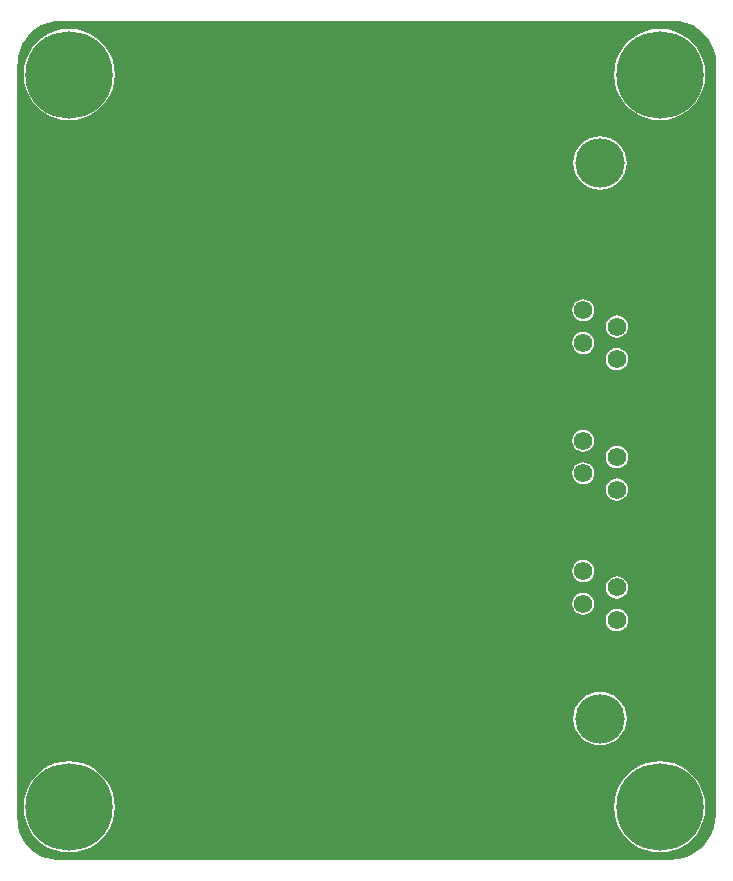
<source format=gbl>
G04*
G04 #@! TF.GenerationSoftware,Altium Limited,Altium Designer,20.0.11 (256)*
G04*
G04 Layer_Physical_Order=2*
G04 Layer_Color=16711680*
%FSLAX25Y25*%
%MOIN*%
G70*
G01*
G75*
%ADD35R,0.06150X0.06150*%
%ADD36C,0.06150*%
%ADD37C,0.16500*%
%ADD38C,0.29134*%
%ADD39C,0.01987*%
G36*
X-2693Y262073D02*
X200778Y262073D01*
X201276Y262073D01*
X201764Y262045D01*
X203521Y261907D01*
X205710Y261381D01*
X207791Y260519D01*
X209711Y259342D01*
X211423Y257880D01*
X212886Y256168D01*
X214062Y254247D01*
X214924Y252167D01*
X215450Y249977D01*
X215588Y248223D01*
X215617Y247732D01*
X215617Y247732D01*
X215617Y247238D01*
X215617Y-1839D01*
X215617Y-2338D01*
X215617Y-2339D01*
X215591Y-2828D01*
X215440Y-4746D01*
X214877Y-7093D01*
X213953Y-9324D01*
X212691Y-11382D01*
X211123Y-13218D01*
X209288Y-14786D01*
X207229Y-16047D01*
X204998Y-16971D01*
X202651Y-17535D01*
X200291Y-17720D01*
X200244Y-17711D01*
X-3012Y-17711D01*
X-3512Y-17711D01*
X-3999Y-17681D01*
X-5660Y-17550D01*
X-7755Y-17047D01*
X-9746Y-16222D01*
X-11583Y-15097D01*
X-13221Y-13697D01*
X-14620Y-12059D01*
X-15746Y-10222D01*
X-16571Y-8231D01*
X-17074Y-6136D01*
X-17204Y-4476D01*
X-17235Y-3988D01*
X-17235Y-3488D01*
X-17235Y247035D01*
X-17235Y247038D01*
X-17235Y247532D01*
X-17207Y248020D01*
X-17066Y249808D01*
X-16533Y252028D01*
X-15659Y254138D01*
X-14466Y256085D01*
X-12983Y257821D01*
X-11247Y259305D01*
X-9300Y260498D01*
X-7190Y261372D01*
X-4969Y261905D01*
X-2731Y262081D01*
X-2693Y262073D01*
D02*
G37*
%LPC*%
G36*
X196850Y259308D02*
X194470Y259121D01*
X192149Y258564D01*
X189944Y257650D01*
X187908Y256403D01*
X186093Y254852D01*
X184542Y253037D01*
X183295Y251001D01*
X182381Y248796D01*
X181824Y246475D01*
X181637Y244094D01*
X181824Y241715D01*
X182381Y239393D01*
X183295Y237188D01*
X184542Y235152D01*
X186093Y233337D01*
X187908Y231786D01*
X189944Y230539D01*
X192149Y229625D01*
X194470Y229068D01*
X196850Y228881D01*
X199230Y229068D01*
X201552Y229625D01*
X203757Y230539D01*
X205793Y231786D01*
X207608Y233337D01*
X209159Y235152D01*
X210406Y237188D01*
X211320Y239393D01*
X211877Y241715D01*
X212064Y244094D01*
X211877Y246475D01*
X211320Y248796D01*
X210406Y251001D01*
X209159Y253037D01*
X207608Y254852D01*
X205793Y256403D01*
X203757Y257650D01*
X201552Y258564D01*
X199230Y259121D01*
X196850Y259308D01*
D02*
G37*
G36*
X0D02*
X-2380Y259121D01*
X-4701Y258564D01*
X-6907Y257650D01*
X-8942Y256403D01*
X-10758Y254852D01*
X-12308Y253037D01*
X-13556Y251001D01*
X-14469Y248796D01*
X-15026Y246475D01*
X-15214Y244094D01*
X-15026Y241715D01*
X-14469Y239393D01*
X-13556Y237188D01*
X-12308Y235152D01*
X-10758Y233337D01*
X-8942Y231786D01*
X-6907Y230539D01*
X-4701Y229625D01*
X-2380Y229068D01*
X0Y228881D01*
X2380Y229068D01*
X4701Y229625D01*
X6907Y230539D01*
X8942Y231786D01*
X10758Y233337D01*
X12308Y235152D01*
X13556Y237188D01*
X14469Y239393D01*
X15026Y241715D01*
X15214Y244094D01*
X15026Y246475D01*
X14469Y248796D01*
X13556Y251001D01*
X12308Y253037D01*
X10758Y254852D01*
X8942Y256403D01*
X6907Y257650D01*
X4701Y258564D01*
X2380Y259121D01*
X0Y259308D01*
D02*
G37*
G36*
X176976Y223540D02*
X175241Y223369D01*
X173573Y222863D01*
X172036Y222041D01*
X170688Y220935D01*
X169582Y219588D01*
X168761Y218050D01*
X168254Y216382D01*
X168084Y214647D01*
X168254Y212912D01*
X168761Y211244D01*
X169582Y209707D01*
X170688Y208359D01*
X172036Y207253D01*
X173573Y206431D01*
X175241Y205925D01*
X176976Y205754D01*
X178711Y205925D01*
X180379Y206431D01*
X181917Y207253D01*
X183265Y208359D01*
X184371Y209707D01*
X185192Y211244D01*
X185698Y212912D01*
X185869Y214647D01*
X185698Y216382D01*
X185192Y218050D01*
X184371Y219588D01*
X183265Y220935D01*
X181917Y222041D01*
X180379Y222863D01*
X178711Y223369D01*
X176976Y223540D01*
D02*
G37*
G36*
X171376Y169219D02*
X170417Y169092D01*
X169523Y168722D01*
X168755Y168133D01*
X168166Y167365D01*
X167796Y166471D01*
X167670Y165512D01*
X167796Y164552D01*
X168166Y163658D01*
X168755Y162891D01*
X169523Y162302D01*
X170417Y161931D01*
X171376Y161805D01*
X172336Y161931D01*
X173230Y162302D01*
X173997Y162891D01*
X174586Y163658D01*
X174957Y164552D01*
X175083Y165512D01*
X174957Y166471D01*
X174586Y167365D01*
X173997Y168133D01*
X173230Y168722D01*
X172336Y169092D01*
X171376Y169219D01*
D02*
G37*
G36*
X182576Y163786D02*
X181617Y163659D01*
X180723Y163289D01*
X179955Y162700D01*
X179366Y161932D01*
X178996Y161038D01*
X178870Y160079D01*
X178996Y159119D01*
X179366Y158225D01*
X179955Y157458D01*
X180723Y156869D01*
X181617Y156498D01*
X182576Y156372D01*
X183536Y156498D01*
X184430Y156869D01*
X185197Y157458D01*
X185786Y158225D01*
X186157Y159119D01*
X186283Y160079D01*
X186157Y161038D01*
X185786Y161932D01*
X185197Y162700D01*
X184430Y163289D01*
X183536Y163659D01*
X182576Y163786D01*
D02*
G37*
G36*
X171376Y158352D02*
X170417Y158226D01*
X169523Y157856D01*
X168755Y157267D01*
X168166Y156499D01*
X167796Y155605D01*
X167670Y154646D01*
X167796Y153686D01*
X168166Y152792D01*
X168755Y152025D01*
X169523Y151436D01*
X170417Y151065D01*
X171376Y150939D01*
X172336Y151065D01*
X173230Y151436D01*
X173997Y152025D01*
X174586Y152792D01*
X174957Y153686D01*
X175083Y154646D01*
X174957Y155605D01*
X174586Y156499D01*
X173997Y157267D01*
X173230Y157856D01*
X172336Y158226D01*
X171376Y158352D01*
D02*
G37*
G36*
X182576Y152919D02*
X181617Y152793D01*
X180723Y152423D01*
X179955Y151834D01*
X179366Y151066D01*
X178996Y150172D01*
X178870Y149213D01*
X178996Y148253D01*
X179366Y147359D01*
X179955Y146592D01*
X180723Y146002D01*
X181617Y145632D01*
X182576Y145506D01*
X183536Y145632D01*
X184430Y146002D01*
X185197Y146592D01*
X185786Y147359D01*
X186157Y148253D01*
X186283Y149213D01*
X186157Y150172D01*
X185786Y151066D01*
X185197Y151834D01*
X184430Y152423D01*
X183536Y152793D01*
X182576Y152919D01*
D02*
G37*
G36*
X171376Y125754D02*
X170417Y125628D01*
X169523Y125257D01*
X168755Y124668D01*
X168166Y123901D01*
X167796Y123007D01*
X167670Y122047D01*
X167796Y121088D01*
X168166Y120194D01*
X168755Y119426D01*
X169523Y118837D01*
X170417Y118467D01*
X171376Y118341D01*
X172336Y118467D01*
X173230Y118837D01*
X173997Y119426D01*
X174586Y120194D01*
X174957Y121088D01*
X175083Y122047D01*
X174957Y123007D01*
X174586Y123901D01*
X173997Y124668D01*
X173230Y125257D01*
X172336Y125628D01*
X171376Y125754D01*
D02*
G37*
G36*
X182576Y120321D02*
X181617Y120195D01*
X180723Y119824D01*
X179955Y119235D01*
X179366Y118467D01*
X178996Y117574D01*
X178870Y116614D01*
X178996Y115655D01*
X179366Y114761D01*
X179955Y113993D01*
X180723Y113404D01*
X181617Y113034D01*
X182576Y112908D01*
X183536Y113034D01*
X184430Y113404D01*
X185197Y113993D01*
X185786Y114761D01*
X186157Y115655D01*
X186283Y116614D01*
X186157Y117574D01*
X185786Y118467D01*
X185197Y119235D01*
X184430Y119824D01*
X183536Y120195D01*
X182576Y120321D01*
D02*
G37*
G36*
X171376Y114888D02*
X170417Y114761D01*
X169523Y114391D01*
X168755Y113802D01*
X168166Y113034D01*
X167796Y112141D01*
X167670Y111181D01*
X167796Y110222D01*
X168166Y109328D01*
X168755Y108560D01*
X169523Y107971D01*
X170417Y107601D01*
X171376Y107474D01*
X172336Y107601D01*
X173230Y107971D01*
X173997Y108560D01*
X174586Y109328D01*
X174957Y110222D01*
X175083Y111181D01*
X174957Y112141D01*
X174586Y113034D01*
X173997Y113802D01*
X173230Y114391D01*
X172336Y114761D01*
X171376Y114888D01*
D02*
G37*
G36*
X182576Y109455D02*
X181617Y109328D01*
X180723Y108958D01*
X179955Y108369D01*
X179366Y107601D01*
X178996Y106707D01*
X178870Y105748D01*
X178996Y104789D01*
X179366Y103895D01*
X179955Y103127D01*
X180723Y102538D01*
X181617Y102168D01*
X182576Y102041D01*
X183536Y102168D01*
X184430Y102538D01*
X185197Y103127D01*
X185786Y103895D01*
X186157Y104789D01*
X186283Y105748D01*
X186157Y106707D01*
X185786Y107601D01*
X185197Y108369D01*
X184430Y108958D01*
X183536Y109328D01*
X182576Y109455D01*
D02*
G37*
G36*
X171376Y82289D02*
X170417Y82163D01*
X169523Y81793D01*
X168755Y81204D01*
X168166Y80436D01*
X167796Y79542D01*
X167670Y78583D01*
X167796Y77623D01*
X168166Y76729D01*
X168755Y75962D01*
X169523Y75373D01*
X170417Y75002D01*
X171376Y74876D01*
X172336Y75002D01*
X173230Y75373D01*
X173997Y75962D01*
X174586Y76729D01*
X174957Y77623D01*
X175083Y78583D01*
X174957Y79542D01*
X174586Y80436D01*
X173997Y81204D01*
X173230Y81793D01*
X172336Y82163D01*
X171376Y82289D01*
D02*
G37*
G36*
X182576Y76856D02*
X181617Y76730D01*
X180723Y76360D01*
X179955Y75771D01*
X179366Y75003D01*
X178996Y74109D01*
X178870Y73150D01*
X178996Y72190D01*
X179366Y71296D01*
X179955Y70529D01*
X180723Y69940D01*
X181617Y69569D01*
X182576Y69443D01*
X183536Y69569D01*
X184430Y69940D01*
X185197Y70529D01*
X185786Y71296D01*
X186157Y72190D01*
X186283Y73150D01*
X186157Y74109D01*
X185786Y75003D01*
X185197Y75771D01*
X184430Y76360D01*
X183536Y76730D01*
X182576Y76856D01*
D02*
G37*
G36*
X171376Y71423D02*
X170417Y71297D01*
X169523Y70927D01*
X168755Y70338D01*
X168166Y69570D01*
X167796Y68676D01*
X167670Y67716D01*
X167796Y66757D01*
X168166Y65863D01*
X168755Y65096D01*
X169523Y64506D01*
X170417Y64136D01*
X171376Y64010D01*
X172336Y64136D01*
X173230Y64506D01*
X173997Y65096D01*
X174586Y65863D01*
X174957Y66757D01*
X175083Y67716D01*
X174957Y68676D01*
X174586Y69570D01*
X173997Y70338D01*
X173230Y70927D01*
X172336Y71297D01*
X171376Y71423D01*
D02*
G37*
G36*
X182576Y65990D02*
X181617Y65864D01*
X180723Y65494D01*
X179955Y64904D01*
X179366Y64137D01*
X178996Y63243D01*
X178870Y62283D01*
X178996Y61324D01*
X179366Y60430D01*
X179955Y59662D01*
X180723Y59073D01*
X181617Y58703D01*
X182576Y58577D01*
X183536Y58703D01*
X184430Y59073D01*
X185197Y59662D01*
X185786Y60430D01*
X186157Y61324D01*
X186283Y62283D01*
X186157Y63243D01*
X185786Y64137D01*
X185197Y64904D01*
X184430Y65494D01*
X183536Y65864D01*
X182576Y65990D01*
D02*
G37*
G36*
X176976Y38340D02*
X175241Y38169D01*
X173573Y37663D01*
X172036Y36841D01*
X170688Y35735D01*
X169582Y34388D01*
X168761Y32850D01*
X168254Y31182D01*
X168084Y29447D01*
X168254Y27712D01*
X168761Y26044D01*
X169582Y24507D01*
X170688Y23159D01*
X172036Y22053D01*
X173573Y21231D01*
X175241Y20725D01*
X176976Y20554D01*
X178711Y20725D01*
X180379Y21231D01*
X181917Y22053D01*
X183265Y23159D01*
X184371Y24507D01*
X185192Y26044D01*
X185698Y27712D01*
X185869Y29447D01*
X185698Y31182D01*
X185192Y32850D01*
X184371Y34388D01*
X183265Y35735D01*
X181917Y36841D01*
X180379Y37663D01*
X178711Y38169D01*
X176976Y38340D01*
D02*
G37*
G36*
X196850Y15214D02*
X194470Y15026D01*
X192149Y14469D01*
X189944Y13556D01*
X187908Y12308D01*
X186093Y10758D01*
X184542Y8942D01*
X183295Y6907D01*
X182381Y4701D01*
X181824Y2380D01*
X181637Y0D01*
X181824Y-2380D01*
X182381Y-4701D01*
X183295Y-6907D01*
X184542Y-8942D01*
X186093Y-10758D01*
X187908Y-12308D01*
X189944Y-13556D01*
X192149Y-14469D01*
X194470Y-15026D01*
X196850Y-15214D01*
X199230Y-15026D01*
X201552Y-14469D01*
X203757Y-13556D01*
X205793Y-12308D01*
X207608Y-10758D01*
X209159Y-8942D01*
X210406Y-6907D01*
X211320Y-4701D01*
X211877Y-2380D01*
X212064Y0D01*
X211877Y2380D01*
X211320Y4701D01*
X210406Y6907D01*
X209159Y8942D01*
X207608Y10758D01*
X205793Y12308D01*
X203757Y13556D01*
X201552Y14469D01*
X199230Y15026D01*
X196850Y15214D01*
D02*
G37*
G36*
X0D02*
X-2380Y15026D01*
X-4701Y14469D01*
X-6907Y13556D01*
X-8942Y12308D01*
X-10758Y10758D01*
X-12308Y8942D01*
X-13556Y6907D01*
X-14469Y4701D01*
X-15026Y2380D01*
X-15214Y0D01*
X-15026Y-2380D01*
X-14469Y-4701D01*
X-13556Y-6907D01*
X-12308Y-8942D01*
X-10758Y-10758D01*
X-8942Y-12308D01*
X-6907Y-13556D01*
X-4701Y-14469D01*
X-2380Y-15026D01*
X0Y-15214D01*
X2380Y-15026D01*
X4701Y-14469D01*
X6907Y-13556D01*
X8942Y-12308D01*
X10758Y-10758D01*
X12308Y-8942D01*
X13556Y-6907D01*
X14469Y-4701D01*
X15026Y-2380D01*
X15214Y0D01*
X15026Y2380D01*
X14469Y4701D01*
X13556Y6907D01*
X12308Y8942D01*
X10758Y10758D01*
X8942Y12308D01*
X6907Y13556D01*
X4701Y14469D01*
X2380Y15026D01*
X0Y15214D01*
D02*
G37*
%LPD*%
D35*
X171376Y187244D02*
D03*
D36*
Y176378D02*
D03*
Y165512D02*
D03*
Y154646D02*
D03*
Y143780D02*
D03*
Y132913D02*
D03*
Y122047D02*
D03*
Y111181D02*
D03*
Y100315D02*
D03*
Y89449D02*
D03*
Y78583D02*
D03*
Y67716D02*
D03*
Y56850D02*
D03*
X182576Y181811D02*
D03*
Y170945D02*
D03*
Y160079D02*
D03*
Y149213D02*
D03*
Y138347D02*
D03*
Y127480D02*
D03*
Y116614D02*
D03*
Y105748D02*
D03*
Y94882D02*
D03*
Y84016D02*
D03*
Y73150D02*
D03*
Y62283D02*
D03*
D37*
X176976Y29447D02*
D03*
Y214647D02*
D03*
D38*
X0Y244094D02*
D03*
X196850D02*
D03*
Y0D02*
D03*
X0D02*
D03*
D39*
X120283Y59169D02*
D03*
X119189Y155638D02*
D03*
X64700Y166819D02*
D03*
X67652Y160914D02*
D03*
X64700Y155008D02*
D03*
X67652Y149102D02*
D03*
X64700Y143197D02*
D03*
X67652Y137291D02*
D03*
X64700Y131386D02*
D03*
X67652Y125480D02*
D03*
Y66425D02*
D03*
X64700Y60520D02*
D03*
X67652Y54614D02*
D03*
X64700Y48709D02*
D03*
X67652Y42803D02*
D03*
X64700Y36898D02*
D03*
X67652Y30992D02*
D03*
X64700Y25087D02*
D03*
X58794Y166819D02*
D03*
X61747Y160914D02*
D03*
X58794Y155008D02*
D03*
X61747Y149102D02*
D03*
X58794Y143197D02*
D03*
X61747Y137291D02*
D03*
X58794Y131386D02*
D03*
X61747Y125480D02*
D03*
Y66425D02*
D03*
X58794Y60520D02*
D03*
X61747Y54614D02*
D03*
X58794Y48709D02*
D03*
X61747Y42803D02*
D03*
X58794Y36898D02*
D03*
X61747Y30992D02*
D03*
X58794Y25087D02*
D03*
X52889Y166819D02*
D03*
X55841Y160914D02*
D03*
X52889Y155008D02*
D03*
X55841Y149102D02*
D03*
X52889Y143197D02*
D03*
X55841Y137291D02*
D03*
X52889Y131386D02*
D03*
X55841Y125480D02*
D03*
Y66425D02*
D03*
X52889Y60520D02*
D03*
X55841Y54614D02*
D03*
X52889Y48709D02*
D03*
X55841Y42803D02*
D03*
X52889Y36898D02*
D03*
X55841Y30992D02*
D03*
X52889Y25087D02*
D03*
X46983Y166819D02*
D03*
X49936Y160914D02*
D03*
X46983Y155008D02*
D03*
X49936Y149102D02*
D03*
X46983Y143197D02*
D03*
X49936Y137291D02*
D03*
X46983Y131386D02*
D03*
X49936Y125480D02*
D03*
Y66425D02*
D03*
X46983Y60520D02*
D03*
X49936Y54614D02*
D03*
X46983Y48709D02*
D03*
X49936Y42803D02*
D03*
X46983Y36898D02*
D03*
X49936Y30992D02*
D03*
X46983Y25087D02*
D03*
X44030Y160914D02*
D03*
Y149102D02*
D03*
Y137291D02*
D03*
X41078Y131386D02*
D03*
X44030Y125480D02*
D03*
Y66425D02*
D03*
Y54614D02*
D03*
Y42803D02*
D03*
X41078Y36898D02*
D03*
X44030Y30992D02*
D03*
X41078Y25087D02*
D03*
X35172Y131386D02*
D03*
X38125Y125480D02*
D03*
X35172Y36898D02*
D03*
X38125Y30992D02*
D03*
X35172Y25087D02*
D03*
X29267Y131386D02*
D03*
X32219Y125480D02*
D03*
X29267Y36898D02*
D03*
X32219Y30992D02*
D03*
X29267Y25087D02*
D03*
X23361Y131386D02*
D03*
X26314Y125480D02*
D03*
X23361Y36898D02*
D03*
X26314Y30992D02*
D03*
X23361Y25087D02*
D03*
X17456Y131386D02*
D03*
X20408Y125480D02*
D03*
X17456Y36898D02*
D03*
X20408Y30992D02*
D03*
X17456Y25087D02*
D03*
X11550Y131386D02*
D03*
X14503Y125480D02*
D03*
X11550Y36898D02*
D03*
X14503Y30992D02*
D03*
X11550Y25087D02*
D03*
X5645Y131386D02*
D03*
X8597Y125480D02*
D03*
X5645Y36898D02*
D03*
X8597Y30992D02*
D03*
X5645Y25087D02*
D03*
X-261Y131386D02*
D03*
X2692Y125480D02*
D03*
X-261Y36898D02*
D03*
X2692Y30992D02*
D03*
X-261Y25087D02*
D03*
X-6166Y131386D02*
D03*
X-3214Y125480D02*
D03*
X-6166Y36898D02*
D03*
X-3214Y30992D02*
D03*
X-6166Y25087D02*
D03*
X-12072Y131386D02*
D03*
X-9119Y125480D02*
D03*
X-12072Y36898D02*
D03*
X-9119Y30992D02*
D03*
X-12072Y25087D02*
D03*
M02*

</source>
